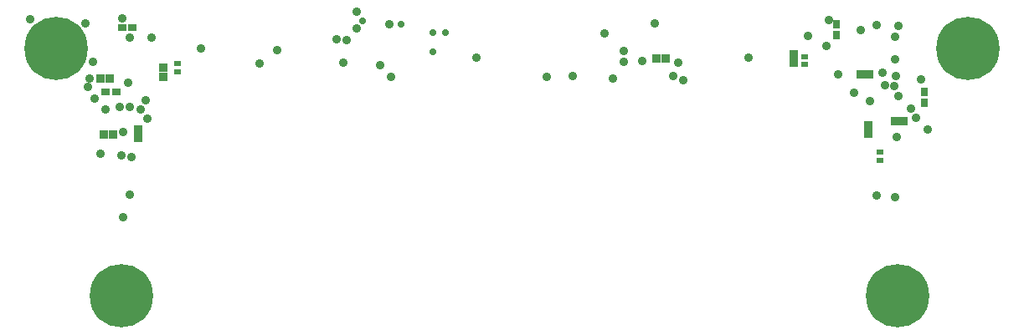
<source format=gbs>
G04*
G04 #@! TF.GenerationSoftware,Altium Limited,Altium Designer,21.6.4 (81)*
G04*
G04 Layer_Color=16711935*
%FSLAX25Y25*%
%MOIN*%
G70*
G04*
G04 #@! TF.SameCoordinates,FEAF3D2B-D975-464B-86DB-8C6995E3C2F8*
G04*
G04*
G04 #@! TF.FilePolarity,Negative*
G04*
G01*
G75*
%ADD20R,0.03556X0.03162*%
%ADD21R,0.03359X0.03241*%
%ADD22R,0.03162X0.03556*%
%ADD23R,0.03241X0.03359*%
%ADD25R,0.02769X0.02375*%
%ADD26C,0.03556*%
%ADD48C,0.25210*%
%ADD49C,0.02769*%
D20*
X49161Y98964D02*
D03*
X44830D02*
D03*
X55716Y124466D02*
D03*
X51386D02*
D03*
D21*
X264369Y112398D02*
D03*
X267834D02*
D03*
X345559Y105770D02*
D03*
X349024D02*
D03*
X359226Y87313D02*
D03*
X362691D02*
D03*
X47729Y81882D02*
D03*
X44265D02*
D03*
X43002Y104193D02*
D03*
X46466D02*
D03*
D22*
X335844Y121729D02*
D03*
Y126059D02*
D03*
X370779Y94573D02*
D03*
Y98904D02*
D03*
D23*
X318741Y110591D02*
D03*
Y114056D02*
D03*
X348392Y82144D02*
D03*
Y85608D02*
D03*
X58006Y80453D02*
D03*
Y83918D02*
D03*
X67820Y105047D02*
D03*
Y108512D02*
D03*
D25*
X323077Y109793D02*
D03*
Y112943D02*
D03*
X353127Y74834D02*
D03*
Y71684D02*
D03*
X73644Y107014D02*
D03*
Y110164D02*
D03*
D26*
X331868Y117277D02*
D03*
X51745Y49072D02*
D03*
X51083Y73598D02*
D03*
X58832Y91798D02*
D03*
X54692Y92833D02*
D03*
X44766Y91975D02*
D03*
X50637Y93055D02*
D03*
X60971Y95487D02*
D03*
X61484Y88131D02*
D03*
X359328Y120960D02*
D03*
X40702Y96247D02*
D03*
X54486Y120488D02*
D03*
X365638Y92090D02*
D03*
X51450Y128275D02*
D03*
X106225Y110260D02*
D03*
X220554Y104927D02*
D03*
X359054Y111915D02*
D03*
X258533Y111408D02*
D03*
X251274Y111045D02*
D03*
X251289Y115411D02*
D03*
X154153Y109556D02*
D03*
X158589Y104927D02*
D03*
X359415Y105226D02*
D03*
X360589Y97177D02*
D03*
X359036Y101224D02*
D03*
X355088Y101720D02*
D03*
X367594Y88464D02*
D03*
X372336Y83817D02*
D03*
X349311Y95133D02*
D03*
X359860Y81016D02*
D03*
X275003Y103675D02*
D03*
X270766Y105121D02*
D03*
X272836Y110557D02*
D03*
X336403Y105942D02*
D03*
X342997Y98523D02*
D03*
X230885Y105404D02*
D03*
X247003Y104361D02*
D03*
X63192Y120524D02*
D03*
X37800Y100827D02*
D03*
X38640Y104257D02*
D03*
X40041Y110932D02*
D03*
X55266Y73079D02*
D03*
X54569Y57806D02*
D03*
X53754Y102623D02*
D03*
X51992Y83000D02*
D03*
X36841Y126307D02*
D03*
X42757Y74212D02*
D03*
X324611Y121218D02*
D03*
X345627Y123503D02*
D03*
X263580Y126208D02*
D03*
X243562Y122375D02*
D03*
X351936Y125494D02*
D03*
X360567Y125308D02*
D03*
X144846Y130835D02*
D03*
X136771Y119884D02*
D03*
X113326Y115704D02*
D03*
X82856Y116206D02*
D03*
X14859Y127843D02*
D03*
X354108Y106479D02*
D03*
X369551Y103941D02*
D03*
X300953Y112520D02*
D03*
X192601Y112598D02*
D03*
X351765Y57434D02*
D03*
X139616Y110587D02*
D03*
X359133Y56862D02*
D03*
X332977Y127440D02*
D03*
X157753Y125894D02*
D03*
X144748Y124230D02*
D03*
X140750Y119734D02*
D03*
D48*
X388189Y116142D02*
D03*
X360236Y17717D02*
D03*
X51181D02*
D03*
X25197Y116142D02*
D03*
D49*
X162665Y125780D02*
D03*
X147273Y127188D02*
D03*
X175352Y122698D02*
D03*
X180243D02*
D03*
X175106Y114820D02*
D03*
M02*

</source>
